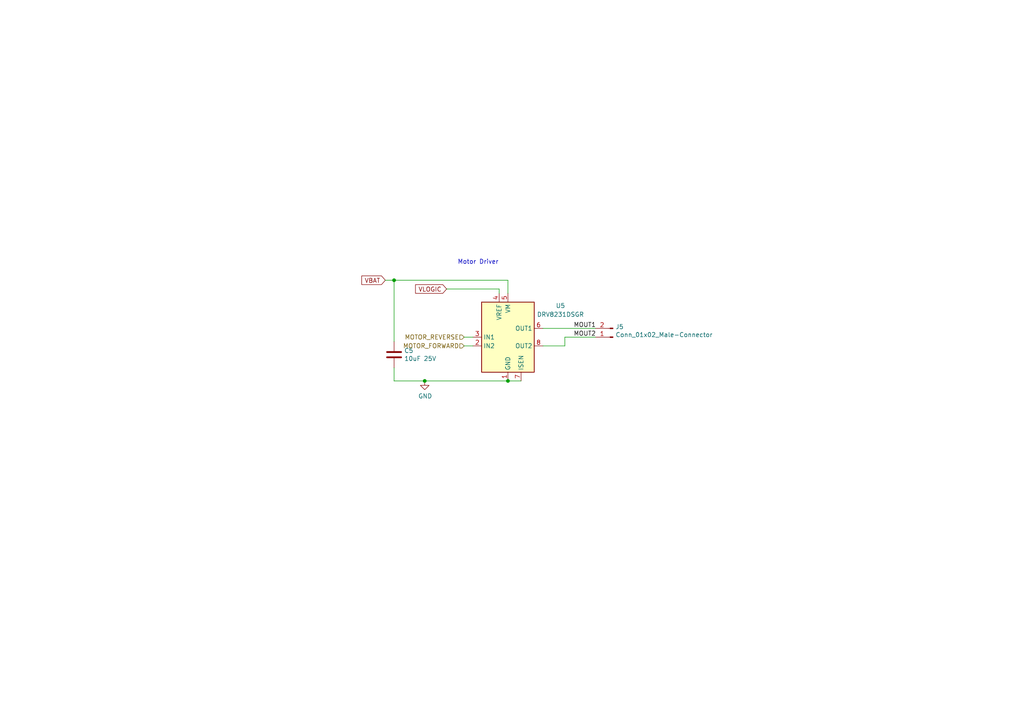
<source format=kicad_sch>
(kicad_sch (version 20250114) (generator "eeschema") (generator_version "9.0")
  (paper "A4")
  (lib_symbols
    (symbol "drv8231:DRV8231"
      (property "Reference" "U" (at 6.35 11.43 0))
      (property "Value" "DRV8231" (at -10.16 11.43 0))
      (symbol "DRV8231_0_1"
        (rectangle (start -7.62 10.16) (end 7.62 -10.16) (stroke (width 0.254)) (fill (type background)))
      )
      (symbol "DRV8231_1_1"
        (pin input line (at -10.16 0 0) (length 2.54) (name "IN1") (number "3"))
        (pin input line (at -10.16 -2.54 0) (length 2.54) (name "IN2") (number "2"))
        (pin power_in line (at -2.54 12.7 270) (length 2.54) (name "VREF") (number "4"))
        (pin power_in line (at 0 12.7 270) (length 2.54) (name "VM") (number "5"))
        (pin power_in line (at 0 -12.7 90) (length 2.54) (name "GND") (number "1"))
        (pin passive line (at 0 -12.7 90) (length 2.54) (hide yes) (name "GND") (number "9"))
        (pin power_in line (at 3.81 -12.7 90) (length 2.54) (name "ISEN") (number "7"))
        (pin output line (at 10.16 2.54 180) (length 2.54) (name "OUT1") (number "6"))
        (pin output line (at 10.16 -2.54 180) (length 2.54) (name "OUT2") (number "8"))
      )
    )
    (symbol "malenki-nano-rescue:C-Device" (pin_numbers (hide yes)) (pin_names (offset 0.254))
      (property "Reference" "C" (at 0.635 2.54 0))
      (property "Value" "C-Device" (at 0.635 -2.54 0))
      (symbol "C-Device_0_1"
        (polyline (pts (xy -2.032 0.762) (xy 2.032 0.762)) (stroke (width 0.508)))
        (polyline (pts (xy -2.032 -0.762) (xy 2.032 -0.762)) (stroke (width 0.508)))
      )
      (symbol "C-Device_1_1"
        (pin passive line (at 0 3.81 270) (length 2.794) (name "~") (number "1"))
        (pin passive line (at 0 -3.81 90) (length 2.794) (name "~") (number "2"))
      )
    )
    (symbol "malenki-nano-rescue:Conn_01x02_Male-Connector" (pin_names (offset 1.016) (hide yes))
      (property "Reference" "J" (at 0 2.54 0))
      (property "Value" "Conn_01x02_Male-Connector" (at 0 -5.08 0))
      (symbol "Conn_01x02_Male-Connector_1_1"
        (rectangle (start 0.8636 0.127) (end 0 -0.127) (stroke (width 0.1524)) (fill (type outline)))
        (rectangle (start 0.8636 -2.413) (end 0 -2.667) (stroke (width 0.1524)) (fill (type outline)))
        (polyline (pts (xy 1.27 0) (xy 0.8636 0)) (stroke (width 0.1524)))
        (polyline (pts (xy 1.27 -2.54) (xy 0.8636 -2.54)) (stroke (width 0.1524)))
        (pin passive line (at 5.08 0 180) (length 3.81) (name "Pin_1") (number "1"))
        (pin passive line (at 5.08 -2.54 180) (length 3.81) (name "Pin_2") (number "2"))
      )
    )
    (symbol "malenki-nano-rescue:GND-power" (power) (pin_names (offset 0))
      (property "Value" "GND-power" (at 0 -3.81 0))
      (symbol "GND-power_0_1"
        (polyline (pts (xy 0 0) (xy 0 -1.27) (xy 1.27 -1.27) (xy 0 -2.54) (xy -1.27 -1.27) (xy 0 -1.27)))
      )
      (symbol "GND-power_1_1"
        (pin power_in line (at 0 0 270) (length 0) (hide yes) (name "GND") (number "1"))
      )
    )
  )
  (text "Motor Driver" (at 132.715 76.835 0) (effects (font (size 1.27 1.27)) (justify left bottom)))
  (junction (at 114.3 81.28))
  (junction (at 123.19 110.49))
  (junction (at 147.32 110.49))
  (wire (pts (xy 123.19 110.49) (xy 147.32 110.49)))
  (wire (pts (xy 137.16 97.79) (xy 134.62 97.79)))
  (wire (pts (xy 147.32 85.09) (xy 147.32 81.28)))
  (wire (pts (xy 114.3 106.68) (xy 114.3 110.49)))
  (wire (pts (xy 144.78 85.09) (xy 144.78 83.82)))
  (wire (pts (xy 129.54 83.82) (xy 144.78 83.82)))
  (wire (pts (xy 137.16 100.33) (xy 134.62 100.33)))
  (wire (pts (xy 114.3 81.28) (xy 147.32 81.28)))
  (wire (pts (xy 163.83 97.79) (xy 163.83 100.33)))
  (wire (pts (xy 163.83 100.33) (xy 157.48 100.33)))
  (wire (pts (xy 172.72 97.79) (xy 163.83 97.79)))
  (wire (pts (xy 157.48 95.25) (xy 172.72 95.25)))
  (wire (pts (xy 114.3 81.28) (xy 114.3 99.06)))
  (wire (pts (xy 123.19 110.49) (xy 114.3 110.49)))
  (wire (pts (xy 111.76 81.28) (xy 114.3 81.28)))
  (wire (pts (xy 147.32 110.49) (xy 151.13 110.49)))
  (label "MOUT1" (at 166.37 95.25 0))
  (label "MOUT2" (at 166.37 97.79 0))
  (global_label "VLOGIC" (shape input) (at 129.54 83.82 180) (property "Intersheetrefs" "${INTERSHEET_REFS}" (effects (hide yes))))
  (global_label "VBAT" (shape input) (at 111.76 81.28 180) (property "Intersheetrefs" "${INTERSHEET_REFS}" (effects (hide yes))))
  (hierarchical_label "MOTOR_FORWARD" (shape input) (at 134.62 100.33 180))
  (hierarchical_label "MOTOR_REVERSE" (shape input) (at 134.62 97.79 180))
  (symbol (lib_id "malenki-nano-rescue:GND-power") (at 123.19 110.49 0) (unit 1)
    (property "Reference" "#PWR01" (effects (hide yes)))
    (property "Value" "GND" (at 123.317 114.8842 0))
    (instances (project "malenki-hv" (path "" (reference "#PWR03") (unit 1)) (path "" (reference "#PWR01") (unit 1)) (path "" (reference "#PWR08") (unit 1))))
  )
  (symbol (lib_id "malenki-nano-rescue:C-Device") (at 114.3 102.87 0) (unit 1)
    (property "Reference" "C1" (at 117.221 101.7016 0) (effects (justify left)))
    (property "Value" "10uF 25V" (at 117.221 104.013 0) (effects (justify left)))
    (property "Footprint" "Capacitor_SMD:C_0603_1608Metric" (effects (hide yes)))
    (property "Description" "Unpolarized Capacitor" (effects (hide yes)))
    (property "LCSC" "C96446" (effects (hide yes)))
    (property "Manufacturer" "Samsung" (effects (hide yes)))
    (property "MPN" "CL10A106MA8NRNC" (effects (hide yes)))
    (instances (project "malenki-hv" (path "" (reference "C5") (unit 1)) (path "" (reference "C1") (unit 1)) (path "" (reference "C6") (unit 1))))
  )
  (symbol (lib_id "malenki-nano-rescue:Conn_01x02_Male-Connector") (at 177.8 97.79 180) (unit 1) (in_bom no)
    (property "Reference" "J4" (at 178.5112 94.7928 0) (effects (justify right)))
    (property "Value" "Conn_01x02_Male-Connector" (at 178.5112 97.1042 0) (effects (justify right)))
    (property "Footprint" "malenki-nano:PinHeader_1x02_P2.54mm_BIG1" (effects (hide yes)))
    (instances (project "malenki-hv" (path "" (reference "J5") (unit 1)) (path "" (reference "J4") (unit 1)) (path "" (reference "J6") (unit 1))))
  )
  (symbol (lib_id "drv8231:DRV8231") (at 147.32 97.79 0) (unit 1)
    (property "Reference" "U4" (at 162.56 88.6712 0))
    (property "Value" "DRV8231DSGR" (at 162.56 91.2112 0))
    (property "Footprint" "Package_SON:WSON-8-1EP_2x2mm_P0.5mm_EP0.9x1.6mm" (effects (hide yes)))
    (property "Description" "H-Bridge driver" (effects (hide yes)))
    (property "LCSC" "C3681197" (effects (hide yes)))
    (property "MPN" "DRV8231DSGR" (effects (hide yes)))
    (property "Manufacturer" "TI" (effects (hide yes)))
    (instances (project "malenki-hv" (path "" (reference "U5") (unit 1)) (path "" (reference "U4") (unit 1)) (path "" (reference "U6") (unit 1))))
  )
)
</source>
